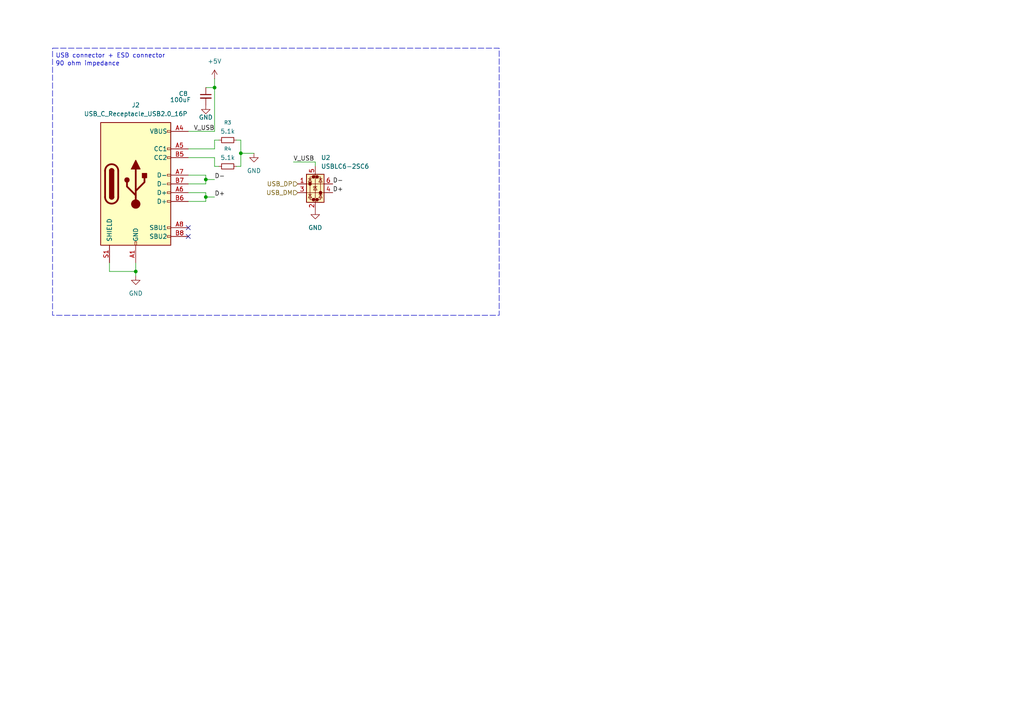
<source format=kicad_sch>
(kicad_sch (version 20250114) (generator "eeschema") (generator_version "9.0")
  (paper "A4")
  (lib_symbols
    (symbol "Connector:USB_C_Receptacle_USB2.0_16P" (pin_names (offset 1.016))
      (property "Reference" "J" (at 0 22.225 0))
      (property "Value" "USB_C_Receptacle_USB2.0_16P" (at 0 19.685 0))
      (symbol "USB_C_Receptacle_USB2.0_16P_0_0"
        (rectangle (start -0.254 -17.78) (end 0.254 -16.764))
        (rectangle (start 10.16 15.494) (end 9.144 14.986))
        (rectangle (start 10.16 10.414) (end 9.144 9.906))
        (rectangle (start 10.16 7.874) (end 9.144 7.366))
        (rectangle (start 10.16 2.794) (end 9.144 2.286))
        (rectangle (start 10.16 0.254) (end 9.144 -0.254))
        (rectangle (start 10.16 -2.286) (end 9.144 -2.794))
        (rectangle (start 10.16 -4.826) (end 9.144 -5.334))
        (rectangle (start 10.16 -12.446) (end 9.144 -12.954))
        (rectangle (start 10.16 -14.986) (end 9.144 -15.494))
      )
      (symbol "USB_C_Receptacle_USB2.0_16P_0_1"
        (rectangle (start -10.16 17.78) (end 10.16 -17.78) (stroke (width 0.254)) (fill (type background)))
        (polyline (pts (xy -8.89 -3.81) (xy -8.89 3.81)) (stroke (width 0.508)))
        (rectangle (start -7.62 -3.81) (end -6.35 3.81) (stroke (width 0.254)) (fill (type outline)))
        (arc (start -7.62 3.81) (mid -6.985 4.4423) (end -6.35 3.81) (stroke (width 0.254)))
        (arc (start -7.62 3.81) (mid -6.985 4.4423) (end -6.35 3.81) (stroke (width 0.254)) (fill (type outline)))
        (arc (start -8.89 3.81) (mid -6.985 5.7067) (end -5.08 3.81) (stroke (width 0.508)))
        (arc (start -5.08 -3.81) (mid -6.985 -5.7067) (end -8.89 -3.81) (stroke (width 0.508)))
        (arc (start -6.35 -3.81) (mid -6.985 -4.4423) (end -7.62 -3.81) (stroke (width 0.254)))
        (arc (start -6.35 -3.81) (mid -6.985 -4.4423) (end -7.62 -3.81) (stroke (width 0.254)) (fill (type outline)))
        (polyline (pts (xy -5.08 3.81) (xy -5.08 -3.81)) (stroke (width 0.508)))
        (circle (center -2.54 1.143) (radius 0.635) (stroke (width 0.254)) (fill (type outline)))
        (polyline (pts (xy -1.27 4.318) (xy 0 6.858) (xy 1.27 4.318) (xy -1.27 4.318)) (stroke (width 0.254)) (fill (type outline)))
        (polyline (pts (xy 0 -2.032) (xy 2.54 0.508) (xy 2.54 1.778)) (stroke (width 0.508)))
        (polyline (pts (xy 0 -3.302) (xy -2.54 -0.762) (xy -2.54 0.508)) (stroke (width 0.508)))
        (polyline (pts (xy 0 -5.842) (xy 0 4.318)) (stroke (width 0.508)))
        (circle (center 0 -5.842) (radius 1.27) (fill (type outline)))
        (rectangle (start 1.905 1.778) (end 3.175 3.048) (stroke (width 0.254)) (fill (type outline)))
      )
      (symbol "USB_C_Receptacle_USB2.0_16P_1_1"
        (pin passive line (at -7.62 -22.86 90) (length 5.08) (name "SHIELD") (number "S1"))
        (pin passive line (at 0 -22.86 90) (length 5.08) (name "GND") (number "A1"))
        (pin passive line (at 0 -22.86 90) (length 5.08) (hide yes) (name "GND") (number "A12"))
        (pin passive line (at 0 -22.86 90) (length 5.08) (hide yes) (name "GND") (number "B1"))
        (pin passive line (at 0 -22.86 90) (length 5.08) (hide yes) (name "GND") (number "B12"))
        (pin passive line (at 15.24 15.24 180) (length 5.08) (name "VBUS") (number "A4"))
        (pin passive line (at 15.24 15.24 180) (length 5.08) (hide yes) (name "VBUS") (number "A9"))
        (pin passive line (at 15.24 15.24 180) (length 5.08) (hide yes) (name "VBUS") (number "B4"))
        (pin passive line (at 15.24 15.24 180) (length 5.08) (hide yes) (name "VBUS") (number "B9"))
        (pin bidirectional line (at 15.24 10.16 180) (length 5.08) (name "CC1") (number "A5"))
        (pin bidirectional line (at 15.24 7.62 180) (length 5.08) (name "CC2") (number "B5"))
        (pin bidirectional line (at 15.24 2.54 180) (length 5.08) (name "D-") (number "A7"))
        (pin bidirectional line (at 15.24 0 180) (length 5.08) (name "D-") (number "B7"))
        (pin bidirectional line (at 15.24 -2.54 180) (length 5.08) (name "D+") (number "A6"))
        (pin bidirectional line (at 15.24 -5.08 180) (length 5.08) (name "D+") (number "B6"))
        (pin bidirectional line (at 15.24 -12.7 180) (length 5.08) (name "SBU1") (number "A8"))
        (pin bidirectional line (at 15.24 -15.24 180) (length 5.08) (name "SBU2") (number "B8"))
      )
    )
    (symbol "Device:C_Small" (pin_numbers (hide yes)) (pin_names (offset 0.254) (hide yes))
      (property "Reference" "C" (at 0.254 1.778 0))
      (property "Value" "C_Small" (at 0.254 -2.032 0))
      (symbol "C_Small_0_1"
        (polyline (pts (xy -1.524 0.508) (xy 1.524 0.508)) (stroke (width 0.3048)))
        (polyline (pts (xy -1.524 -0.508) (xy 1.524 -0.508)) (stroke (width 0.3302)))
      )
      (symbol "C_Small_1_1"
        (pin passive line (at 0 2.54 270) (length 2.032) (name "~") (number "1"))
        (pin passive line (at 0 -2.54 90) (length 2.032) (name "~") (number "2"))
      )
    )
    (symbol "Device:R_Small" (pin_numbers (hide yes)) (pin_names (offset 0.254) (hide yes))
      (property "Reference" "R" (at 0 0 90))
      (property "Value" "R_Small" (at 1.778 0 90))
      (symbol "R_Small_0_1"
        (rectangle (start -0.762 1.778) (end 0.762 -1.778) (stroke (width 0.2032)))
      )
      (symbol "R_Small_1_1"
        (pin passive line (at 0 2.54 270) (length 0.762) (name "~") (number "1"))
        (pin passive line (at 0 -2.54 90) (length 0.762) (name "~") (number "2"))
      )
    )
    (symbol "Power_Protection:USBLC6-2SC6" (pin_names (hide yes))
      (property "Reference" "U" (at 0.635 5.715 0))
      (property "Value" "USBLC6-2SC6" (at 0.635 3.81 0))
      (symbol "USBLC6-2SC6_0_0"
        (circle (center -1.524 0) (radius 0.0001) (stroke (width 0.508)))
        (circle (center -0.508 2.032) (radius 0.0001) (stroke (width 0.508)))
        (circle (center -0.508 -4.572) (radius 0.0001) (stroke (width 0.508)))
        (circle (center 0.508 2.032) (radius 0.0001) (stroke (width 0.508)))
        (circle (center 0.508 -4.572) (radius 0.0001) (stroke (width 0.508)))
        (circle (center 1.524 -2.54) (radius 0.0001) (stroke (width 0.508)))
      )
      (symbol "USBLC6-2SC6_0_1"
        (polyline (pts (xy -2.54 0) (xy 2.54 0)))
        (polyline (pts (xy -2.54 -2.54) (xy 2.54 -2.54)))
        (polyline (pts (xy -2.032 0.508) (xy -1.016 0.508) (xy -1.524 1.524) (xy -2.032 0.508)))
        (polyline (pts (xy -2.032 -3.048) (xy -1.016 -3.048)))
        (polyline (pts (xy -1.016 1.524) (xy -2.032 1.524)))
        (polyline (pts (xy -1.016 -4.064) (xy -2.032 -4.064) (xy -1.524 -3.048) (xy -1.016 -4.064)))
        (polyline (pts (xy -0.508 -1.143) (xy -0.508 -0.762) (xy 0.508 -0.762)))
        (polyline (pts (xy 0 2.54) (xy -0.508 2.032) (xy 0.508 2.032) (xy 0 1.524) (xy 0 -4.064) (xy -0.508 -4.572) (xy 0.508 -4.572) (xy 0 -5.08)))
        (polyline (pts (xy 0.508 -1.778) (xy -0.508 -1.778) (xy 0 -0.762) (xy 0.508 -1.778)))
        (polyline (pts (xy 1.016 1.524) (xy 2.032 1.524)))
        (polyline (pts (xy 1.016 -3.048) (xy 2.032 -3.048)))
        (polyline (pts (xy 2.032 0.508) (xy 1.016 0.508) (xy 1.524 1.524) (xy 2.032 0.508)))
        (polyline (pts (xy 2.032 -4.064) (xy 1.016 -4.064) (xy 1.524 -3.048) (xy 2.032 -4.064)))
      )
      (symbol "USBLC6-2SC6_1_1"
        (rectangle (start -2.54 2.794) (end 2.54 -5.334) (stroke (width 0.254)) (fill (type background)))
        (polyline (pts (xy -0.508 2.032) (xy -1.524 2.032) (xy -1.524 -4.572) (xy -0.508 -4.572)))
        (polyline (pts (xy 0.508 -4.572) (xy 1.524 -4.572) (xy 1.524 2.032) (xy 0.508 2.032)))
        (pin passive line (at -5.08 0 0) (length 2.54) (name "I/O1") (number "1"))
        (pin passive line (at -5.08 -2.54 0) (length 2.54) (name "I/O2") (number "3"))
        (pin passive line (at 0 5.08 270) (length 2.54) (name "VBUS") (number "5"))
        (pin passive line (at 0 -7.62 90) (length 2.54) (name "GND") (number "2"))
        (pin passive line (at 5.08 0 180) (length 2.54) (name "I/O1") (number "6"))
        (pin passive line (at 5.08 -2.54 180) (length 2.54) (name "I/O2") (number "4"))
      )
    )
    (symbol "power:+5V" (power) (pin_numbers (hide yes)) (pin_names (offset 0) (hide yes))
      (property "Value" "+5V" (at 0 3.556 0))
      (symbol "+5V_0_1"
        (polyline (pts (xy -0.762 1.27) (xy 0 2.54)))
        (polyline (pts (xy 0 2.54) (xy 0.762 1.27)))
        (polyline (pts (xy 0 0) (xy 0 2.54)))
      )
      (symbol "+5V_1_1"
        (pin power_in line (at 0 0 90) (length 0) (name "~") (number "1"))
      )
    )
    (symbol "power:GND" (power) (pin_numbers (hide yes)) (pin_names (offset 0) (hide yes))
      (property "Value" "GND" (at 0 -3.81 0))
      (symbol "GND_0_1"
        (polyline (pts (xy 0 0) (xy 0 -1.27) (xy 1.27 -1.27) (xy 0 -2.54) (xy -1.27 -1.27) (xy 0 -1.27)))
      )
      (symbol "GND_1_1"
        (pin power_in line (at 0 0 270) (length 0) (name "~") (number "1"))
      )
    )
  )
  (rectangle (start 15.24 13.97) (end 144.78 91.44) (stroke (width 0) (type dash)))
  (text "90 ohm impedance \n" (at 25.908 18.542 0) (effects (font (size 1.27 1.27))))
  (text "USB connector + ESD connector " (at 32.512 16.256 0) (effects (font (size 1.27 1.27))))
  (junction (at 59.69 52.07))
  (junction (at 69.85 44.45))
  (junction (at 62.23 25.4))
  (junction (at 39.37 78.74))
  (junction (at 59.69 57.15))
  (no_connect (at 54.61 66.04))
  (no_connect (at 54.61 68.58))
  (wire (pts (xy 62.23 22.86) (xy 62.23 25.4)))
  (wire (pts (xy 68.58 40.64) (xy 69.85 40.64)))
  (wire (pts (xy 62.23 43.18) (xy 62.23 40.64)))
  (wire (pts (xy 59.69 25.4) (xy 62.23 25.4)))
  (wire (pts (xy 69.85 44.45) (xy 73.66 44.45)))
  (wire (pts (xy 59.69 58.42) (xy 54.61 58.42)))
  (wire (pts (xy 85.09 46.99) (xy 91.44 46.99)))
  (wire (pts (xy 62.23 25.4) (xy 62.23 38.1)))
  (wire (pts (xy 54.61 53.34) (xy 59.69 53.34)))
  (wire (pts (xy 91.44 46.99) (xy 91.44 48.26)))
  (wire (pts (xy 62.23 52.07) (xy 59.69 52.07)))
  (wire (pts (xy 62.23 40.64) (xy 63.5 40.64)))
  (wire (pts (xy 54.61 50.8) (xy 59.69 50.8)))
  (wire (pts (xy 31.75 76.2) (xy 31.75 78.74)))
  (wire (pts (xy 62.23 38.1) (xy 54.61 38.1)))
  (wire (pts (xy 69.85 40.64) (xy 69.85 44.45)))
  (wire (pts (xy 59.69 57.15) (xy 59.69 58.42)))
  (wire (pts (xy 39.37 78.74) (xy 39.37 80.01)))
  (wire (pts (xy 62.23 45.72) (xy 62.23 48.26)))
  (wire (pts (xy 54.61 55.88) (xy 59.69 55.88)))
  (wire (pts (xy 62.23 48.26) (xy 63.5 48.26)))
  (wire (pts (xy 59.69 50.8) (xy 59.69 52.07)))
  (wire (pts (xy 59.69 55.88) (xy 59.69 57.15)))
  (wire (pts (xy 54.61 43.18) (xy 62.23 43.18)))
  (wire (pts (xy 68.58 48.26) (xy 69.85 48.26)))
  (wire (pts (xy 31.75 78.74) (xy 39.37 78.74)))
  (wire (pts (xy 69.85 48.26) (xy 69.85 44.45)))
  (wire (pts (xy 59.69 57.15) (xy 62.23 57.15)))
  (wire (pts (xy 54.61 45.72) (xy 62.23 45.72)))
  (wire (pts (xy 59.69 52.07) (xy 59.69 53.34)))
  (wire (pts (xy 39.37 78.74) (xy 39.37 76.2)))
  (label "D+" (at 62.23 57.15 0))
  (label "D-" (at 96.52 53.34 0))
  (label "V_USB" (at 62.23 38.1 180))
  (label "D+" (at 96.52 55.88 0))
  (label "D-" (at 62.23 52.07 0))
  (label "V_USB" (at 85.09 46.99 0))
  (hierarchical_label "USB_DP" (shape input) (at 86.36 53.34 180))
  (hierarchical_label "USB_DM" (shape input) (at 86.36 55.88 180))
  (symbol (lib_id "power:GND") (at 91.44 60.96 0) (unit 1)
    (property "Reference" "#PWR06" (effects (hide yes)))
    (property "Value" "GND" (at 91.44 66.04 0))
    (property "Description" "Power symbol creates a global label with name \"GND\" , ground" (effects (hide yes)))
  )
  (symbol (lib_id "Device:C_Small") (at 59.69 27.94 0) (unit 1)
    (property "Reference" "C5" (at 51.816 27.178 0) (effects (justify left)))
    (property "Value" "100uF" (at 49.276 28.956 0) (effects (justify left)))
    (property "Footprint" "Capacitor_SMD:C_0603_1608Metric" (effects (hide yes)))
    (property "Description" "Unpolarized capacitor, small symbol" (effects (hide yes)))
    (instances (project "Hub_USB_Raspberry_Pi_Zero_2W" (path "" (reference "C8") (unit 1)) (path "" (reference "C7") (unit 1)) (path "" (reference "C5") (unit 1)) (path "" (reference "C6") (unit 1))))
  )
  (symbol (lib_id "Device:R_Small") (at 66.04 40.64 90) (unit 1)
    (property "Reference" "R3" (at 66.04 35.56 90) (effects (font (size 1.016 1.016))))
    (property "Value" "5.1k" (at 66.04 38.1 90))
    (property "Description" "Resistor, small symbol" (effects (hide yes)))
  )
  (symbol (lib_id "power:+5V") (at 62.23 22.86 0) (unit 1)
    (property "Reference" "#PWR01" (effects (hide yes)))
    (property "Value" "+5V" (at 62.23 17.78 0))
    (property "Description" "Power symbol creates a global label with name \"+5V\"" (effects (hide yes)))
    (instances (project "" (path "" (reference "#PWR07") (unit 1)) (path "" (reference "#PWR03") (unit 1)) (path "" (reference "#PWR01") (unit 1)) (path "" (reference "#PWR02") (unit 1))))
  )
  (symbol (lib_id "power:GND") (at 59.69 30.48 0) (unit 1)
    (property "Reference" "#PWR08" (effects (hide yes)))
    (property "Value" "GND" (at 59.69 34.036 0))
    (property "Description" "Power symbol creates a global label with name \"GND\" , ground" (effects (hide yes)))
    (instances (project "" (path "" (reference "#PWR011") (unit 1)) (path "" (reference "#PWR010") (unit 1)) (path "" (reference "#PWR08") (unit 1)) (path "" (reference "#PWR09") (unit 1))))
  )
  (symbol (lib_id "power:GND") (at 73.66 44.45 0) (unit 1)
    (property "Reference" "#PWR05" (effects (hide yes)))
    (property "Value" "GND" (at 73.66 49.53 0))
    (property "Description" "Power symbol creates a global label with name \"GND\" , ground" (effects (hide yes)))
  )
  (symbol (lib_id "Connector:USB_C_Receptacle_USB2.0_16P") (at 39.37 53.34 0) (unit 1)
    (property "Reference" "J2" (at 39.37 30.48 0))
    (property "Value" "USB_C_Receptacle_USB2.0_16P" (at 39.37 33.02 0))
    (property "Datasheet" "https://www.usb.org/sites/default/files/documents/usb_type-c.zip" (effects (hide yes)))
    (property "Description" "USB 2.0-only 16P Type-C Receptacle connector" (effects (hide yes)))
  )
  (symbol (lib_id "Device:R_Small") (at 66.04 48.26 90) (unit 1)
    (property "Reference" "R4" (at 66.04 43.18 90) (effects (font (size 1.016 1.016))))
    (property "Value" "5.1k" (at 66.04 45.72 90))
    (property "Description" "Resistor, small symbol" (effects (hide yes)))
  )
  (symbol (lib_id "power:GND") (at 39.37 80.01 0) (unit 1)
    (property "Reference" "#PWR04" (effects (hide yes)))
    (property "Value" "GND" (at 39.37 85.09 0))
    (property "Description" "Power symbol creates a global label with name \"GND\" , ground" (effects (hide yes)))
  )
  (symbol (lib_id "Power_Protection:USBLC6-2SC6") (at 91.44 53.34 0) (unit 1)
    (property "Reference" "U2" (at 93.0911 45.72 0) (effects (justify left)))
    (property "Value" "USBLC6-2SC6" (at 93.0911 48.26 0) (effects (justify left)))
    (property "Footprint" "Package_TO_SOT_SMD:SOT-23-6" (effects (hide yes)))
    (property "Datasheet" "https://www.st.com/resource/en/datasheet/usblc6-2.pdf" (effects (hide yes)))
    (property "Description" "Very low capacitance ESD protection diode, 2 data-line, SOT-23-6" (effects (hide yes)))
  )
)
</source>
